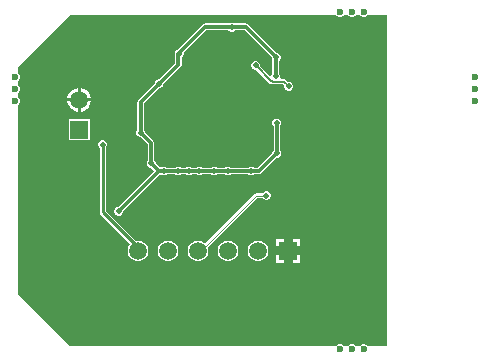
<source format=gbl>
G04*
G04 #@! TF.GenerationSoftware,Altium Limited,Altium Designer,24.0.1 (36)*
G04*
G04 Layer_Physical_Order=4*
G04 Layer_Color=13137664*
%FSLAX24Y24*%
%MOIN*%
G70*
G04*
G04 #@! TF.SameCoordinates,E6425953-F81D-4A1B-B41F-9E3DC787EA87*
G04*
G04*
G04 #@! TF.FilePolarity,Positive*
G04*
G01*
G75*
%ADD10C,0.0049*%
%ADD12C,0.0098*%
%ADD13C,0.0118*%
%ADD18C,0.0079*%
%ADD54C,0.0197*%
%ADD71C,0.0236*%
%ADD72R,0.0591X0.0591*%
%ADD73C,0.0591*%
%ADD74R,0.0591X0.0591*%
%ADD75C,0.0240*%
G36*
X12402Y102D02*
X11749D01*
X11709Y142D01*
X11647Y167D01*
X11581D01*
X11519Y142D01*
X11480Y102D01*
X11355D01*
X11315Y142D01*
X11254Y167D01*
X11187D01*
X11126Y142D01*
X11086Y102D01*
X10961D01*
X10922Y142D01*
X10860Y167D01*
X10793D01*
X10732Y142D01*
X10692Y102D01*
X1814D01*
X102Y1814D01*
Y8133D01*
X142Y8173D01*
X167Y8234D01*
Y8301D01*
X142Y8363D01*
X102Y8402D01*
Y8527D01*
X142Y8567D01*
X167Y8628D01*
Y8695D01*
X142Y8756D01*
X102Y8796D01*
Y8920D01*
X142Y8960D01*
X167Y9022D01*
Y9088D01*
X142Y9150D01*
X102Y9190D01*
Y9407D01*
X1814Y11119D01*
X10692D01*
X10732Y11079D01*
X10793Y11053D01*
X10860D01*
X10922Y11079D01*
X10961Y11119D01*
X11086D01*
X11126Y11079D01*
X11187Y11053D01*
X11254D01*
X11315Y11079D01*
X11355Y11119D01*
X11480D01*
X11519Y11079D01*
X11581Y11053D01*
X11647D01*
X11709Y11079D01*
X11749Y11119D01*
X12402D01*
Y102D01*
D02*
G37*
%LPC*%
G36*
X7249Y10866D02*
X7190D01*
X7148Y10849D01*
X6329D01*
X6287Y10840D01*
X6251Y10816D01*
X5418Y9984D01*
X5379Y9968D01*
X5337Y9926D01*
X5315Y9872D01*
Y9813D01*
X5323Y9794D01*
Y9524D01*
X4785Y8986D01*
X4764D01*
X4710Y8964D01*
X4668Y8922D01*
X4646Y8868D01*
Y8847D01*
X4105Y8306D01*
X4081Y8271D01*
X4073Y8228D01*
Y7303D01*
X4058Y7288D01*
X4035Y7234D01*
Y7175D01*
X4058Y7121D01*
X4099Y7080D01*
X4154Y7057D01*
X4175D01*
X4417Y6815D01*
Y6285D01*
X4406Y6275D01*
X4384Y6220D01*
Y6162D01*
X4406Y6107D01*
X4448Y6066D01*
X4502Y6043D01*
X4509D01*
X4626Y5926D01*
X3439Y4739D01*
X3418D01*
X3364Y4717D01*
X3322Y4675D01*
X3300Y4621D01*
Y4562D01*
X3322Y4508D01*
X3364Y4466D01*
X3418Y4444D01*
X3477D01*
X3531Y4466D01*
X3573Y4508D01*
X3595Y4562D01*
Y4583D01*
X4813Y5801D01*
X4870Y5804D01*
X4924Y5782D01*
X4983D01*
X5037Y5804D01*
X5052Y5819D01*
X5334D01*
X5349Y5804D01*
X5403Y5782D01*
X5462D01*
X5516Y5804D01*
X5531Y5819D01*
X5688D01*
X5703Y5804D01*
X5757Y5782D01*
X5816D01*
X5870Y5804D01*
X5885Y5819D01*
X6043D01*
X6058Y5804D01*
X6112Y5782D01*
X6171D01*
X6225Y5804D01*
X6240Y5819D01*
X6536D01*
X6550Y5804D01*
X6605Y5782D01*
X6663D01*
X6718Y5804D01*
X6732Y5819D01*
X6988D01*
X7003Y5804D01*
X7057Y5782D01*
X7116D01*
X7170Y5804D01*
X7185Y5819D01*
X7766D01*
X7781Y5804D01*
X7835Y5782D01*
X7894D01*
X7948Y5804D01*
X7963Y5819D01*
X8124D01*
X8166Y5827D01*
X8202Y5851D01*
X8729Y6378D01*
X8750D01*
X8804Y6400D01*
X8846Y6442D01*
X8868Y6496D01*
Y6555D01*
X8846Y6609D01*
X8831Y6624D01*
Y7441D01*
X8836Y7446D01*
X8858Y7500D01*
Y7559D01*
X8836Y7613D01*
X8794Y7655D01*
X8740Y7677D01*
X8681D01*
X8627Y7655D01*
X8585Y7613D01*
X8563Y7559D01*
Y7500D01*
X8585Y7446D01*
X8610Y7421D01*
Y6624D01*
X8595Y6609D01*
X8573Y6555D01*
Y6534D01*
X8078Y6040D01*
X7963D01*
X7948Y6054D01*
X7894Y6077D01*
X7835D01*
X7781Y6054D01*
X7766Y6040D01*
X7185D01*
X7170Y6054D01*
X7116Y6077D01*
X7057D01*
X7003Y6054D01*
X6988Y6040D01*
X6732D01*
X6718Y6054D01*
X6663Y6077D01*
X6605D01*
X6550Y6054D01*
X6536Y6040D01*
X6240D01*
X6225Y6054D01*
X6171Y6077D01*
X6112D01*
X6058Y6054D01*
X6043Y6040D01*
X5885D01*
X5870Y6054D01*
X5816Y6077D01*
X5757D01*
X5703Y6054D01*
X5688Y6040D01*
X5531D01*
X5516Y6054D01*
X5462Y6077D01*
X5403D01*
X5349Y6054D01*
X5334Y6040D01*
X5052D01*
X5037Y6054D01*
X4983Y6077D01*
X4924D01*
X4870Y6054D01*
X4855Y6040D01*
X4825D01*
X4679Y6186D01*
Y6220D01*
X4657Y6275D01*
X4638Y6293D01*
Y6860D01*
X4630Y6902D01*
X4606Y6938D01*
X4331Y7213D01*
Y7234D01*
X4308Y7288D01*
X4293Y7303D01*
Y8183D01*
X4802Y8691D01*
X4823D01*
X4877Y8713D01*
X4918Y8755D01*
X4941Y8809D01*
Y8830D01*
X5511Y9400D01*
X5535Y9436D01*
X5543Y9478D01*
Y9716D01*
X5546Y9717D01*
X5588Y9759D01*
X5610Y9813D01*
Y9864D01*
X6374Y10628D01*
X7101D01*
X7136Y10593D01*
X7190Y10571D01*
X7249D01*
X7303Y10593D01*
X7338Y10628D01*
X7641D01*
X8553Y9716D01*
Y9685D01*
X8571Y9643D01*
Y9193D01*
X8556Y9178D01*
X8533Y9124D01*
X8483Y9105D01*
X8159Y9429D01*
Y9478D01*
X8137Y9532D01*
X8095Y9574D01*
X8041Y9596D01*
X7982D01*
X7928Y9574D01*
X7887Y9532D01*
X7864Y9478D01*
Y9419D01*
X7887Y9365D01*
X7928Y9324D01*
X7982Y9301D01*
X8032D01*
X8474Y8859D01*
X8503Y8839D01*
X8538Y8833D01*
X8556D01*
X8569Y8824D01*
X8604Y8817D01*
X8929D01*
X8967Y8780D01*
Y8730D01*
X8989Y8676D01*
X9031Y8635D01*
X9085Y8612D01*
X9144D01*
X9198Y8635D01*
X9239Y8676D01*
X9262Y8730D01*
Y8789D01*
X9239Y8843D01*
X9198Y8885D01*
X9144Y8907D01*
X9094D01*
X9030Y8971D01*
X9001Y8991D01*
X8967Y8998D01*
X8855D01*
X8822Y9048D01*
X8829Y9065D01*
Y9124D01*
X8806Y9178D01*
X8791Y9193D01*
Y9596D01*
X8826Y9631D01*
X8848Y9685D01*
Y9744D01*
X8826Y9798D01*
X8784Y9840D01*
X8730Y9862D01*
X8719D01*
X7765Y10816D01*
X7729Y10840D01*
X7687Y10849D01*
X7291D01*
X7249Y10866D01*
D02*
G37*
G36*
X2188Y8702D02*
X2186D01*
Y8357D01*
X2531D01*
Y8359D01*
X2504Y8460D01*
X2452Y8550D01*
X2379Y8623D01*
X2288Y8675D01*
X2188Y8702D01*
D02*
G37*
G36*
X2086D02*
X2084D01*
X1983Y8675D01*
X1893Y8623D01*
X1820Y8550D01*
X1767Y8460D01*
X1741Y8359D01*
Y8357D01*
X2086D01*
Y8702D01*
D02*
G37*
G36*
X2531Y8257D02*
X2186D01*
Y7912D01*
X2188D01*
X2288Y7939D01*
X2379Y7991D01*
X2452Y8064D01*
X2504Y8155D01*
X2531Y8255D01*
Y8257D01*
D02*
G37*
G36*
X2086D02*
X1741D01*
Y8255D01*
X1767Y8155D01*
X1820Y8064D01*
X1893Y7991D01*
X1983Y7939D01*
X2084Y7912D01*
X2086D01*
Y8257D01*
D02*
G37*
G36*
X2480Y7652D02*
X1791D01*
Y6963D01*
X2480D01*
Y7652D01*
D02*
G37*
G36*
X8405Y5256D02*
X8347D01*
X8292Y5233D01*
X8251Y5192D01*
X8247Y5184D01*
X8022D01*
X7993Y5178D01*
X7968Y5161D01*
X6328Y3521D01*
X6306Y3543D01*
X6227Y3589D01*
X6140Y3612D01*
X6049D01*
X5962Y3589D01*
X5883Y3543D01*
X5819Y3479D01*
X5773Y3401D01*
X5750Y3313D01*
Y3222D01*
X5773Y3135D01*
X5819Y3056D01*
X5883Y2992D01*
X5962Y2947D01*
X6049Y2923D01*
X6140D01*
X6227Y2947D01*
X6306Y2992D01*
X6370Y3056D01*
X6416Y3135D01*
X6439Y3222D01*
Y3313D01*
X6417Y3397D01*
X8053Y5033D01*
X8247D01*
X8251Y5025D01*
X8292Y4983D01*
X8347Y4961D01*
X8405D01*
X8460Y4983D01*
X8501Y5025D01*
X8524Y5079D01*
Y5138D01*
X8501Y5192D01*
X8460Y5233D01*
X8405Y5256D01*
D02*
G37*
G36*
X9490Y3663D02*
X9244D01*
Y3418D01*
X9490D01*
Y3663D01*
D02*
G37*
G36*
X8944D02*
X8699D01*
Y3418D01*
X8944D01*
Y3663D01*
D02*
G37*
G36*
X8140Y3612D02*
X8049D01*
X7962Y3589D01*
X7883Y3543D01*
X7819Y3479D01*
X7773Y3401D01*
X7750Y3313D01*
Y3222D01*
X7773Y3135D01*
X7819Y3056D01*
X7883Y2992D01*
X7962Y2947D01*
X8049Y2923D01*
X8140D01*
X8227Y2947D01*
X8306Y2992D01*
X8370Y3056D01*
X8415Y3135D01*
X8439Y3222D01*
Y3313D01*
X8415Y3401D01*
X8370Y3479D01*
X8306Y3543D01*
X8227Y3589D01*
X8140Y3612D01*
D02*
G37*
G36*
X7140D02*
X7049D01*
X6962Y3589D01*
X6883Y3543D01*
X6819Y3479D01*
X6773Y3401D01*
X6750Y3313D01*
Y3222D01*
X6773Y3135D01*
X6819Y3056D01*
X6883Y2992D01*
X6962Y2947D01*
X7049Y2923D01*
X7140D01*
X7227Y2947D01*
X7306Y2992D01*
X7370Y3056D01*
X7416Y3135D01*
X7439Y3222D01*
Y3313D01*
X7416Y3401D01*
X7370Y3479D01*
X7306Y3543D01*
X7227Y3589D01*
X7140Y3612D01*
D02*
G37*
G36*
X5140D02*
X5049D01*
X4962Y3589D01*
X4883Y3543D01*
X4819Y3479D01*
X4773Y3401D01*
X4750Y3313D01*
Y3222D01*
X4773Y3135D01*
X4819Y3056D01*
X4883Y2992D01*
X4962Y2947D01*
X5049Y2923D01*
X5140D01*
X5227Y2947D01*
X5306Y2992D01*
X5370Y3056D01*
X5415Y3135D01*
X5439Y3222D01*
Y3313D01*
X5415Y3401D01*
X5370Y3479D01*
X5306Y3543D01*
X5227Y3589D01*
X5140Y3612D01*
D02*
G37*
G36*
X2943Y6959D02*
X2884D01*
X2830Y6936D01*
X2788Y6895D01*
X2766Y6840D01*
Y6782D01*
X2788Y6727D01*
X2813Y6703D01*
Y4567D01*
X2821Y4529D01*
X2842Y4496D01*
X3839Y3499D01*
X3819Y3479D01*
X3773Y3401D01*
X3750Y3313D01*
Y3222D01*
X3773Y3135D01*
X3819Y3056D01*
X3883Y2992D01*
X3962Y2947D01*
X4049Y2923D01*
X4140D01*
X4227Y2947D01*
X4306Y2992D01*
X4370Y3056D01*
X4415Y3135D01*
X4439Y3222D01*
Y3313D01*
X4415Y3401D01*
X4370Y3479D01*
X4306Y3543D01*
X4227Y3589D01*
X4140Y3612D01*
X4049D01*
X4018Y3604D01*
X3014Y4609D01*
Y6703D01*
X3039Y6727D01*
X3061Y6782D01*
Y6840D01*
X3039Y6895D01*
X2997Y6936D01*
X2943Y6959D01*
D02*
G37*
G36*
X9490Y3118D02*
X9244D01*
Y2872D01*
X9490D01*
Y3118D01*
D02*
G37*
G36*
X8944D02*
X8699D01*
Y2872D01*
X8944D01*
Y3118D01*
D02*
G37*
%LPD*%
D10*
X6181Y3268D02*
X8022Y5108D01*
X8376D01*
X6094Y3268D02*
X6181D01*
D12*
X2913Y4567D02*
Y6811D01*
Y4567D02*
X4094Y3386D01*
D13*
X3447Y4592D02*
X4780Y5924D01*
X4528Y6181D02*
X4780Y5929D01*
X8681Y9094D02*
Y9744D01*
X6329Y10738D02*
X7687D01*
X5433Y9843D02*
X6329Y10738D01*
X5433Y9478D02*
Y9843D01*
X4528Y6181D02*
Y6860D01*
X7864Y5929D02*
X8124D01*
X7087D02*
X7864D01*
X6634D02*
X7087D01*
X6142D02*
X6634D01*
X4780D02*
X4954D01*
X5787D02*
X6142D01*
X5432D02*
X5787D01*
X4954D02*
X5432D01*
X8124D02*
X8720Y6526D01*
Y7520D01*
X7687Y10738D02*
X8681Y9744D01*
X4793Y8839D02*
X5433Y9478D01*
X4183Y8228D02*
X4793Y8839D01*
X4183Y7205D02*
Y8228D01*
Y7205D02*
X4528Y6860D01*
X8711Y7530D02*
X8720Y7520D01*
D18*
X8012Y9449D02*
X8538Y8923D01*
X8967Y8907D02*
X9114Y8760D01*
X8604Y8907D02*
X8967D01*
X8588Y8923D02*
X8604Y8907D01*
X8538Y8923D02*
X8588D01*
D54*
X4191Y2097D02*
D03*
X5238Y2098D02*
D03*
X8238D02*
D03*
X9238D02*
D03*
X7238D02*
D03*
X6238D02*
D03*
X10345Y1991D02*
D03*
X10079Y7087D02*
D03*
X2559Y1102D02*
D03*
X2913Y6811D02*
D03*
X3447Y4592D02*
D03*
X4921Y4537D02*
D03*
X7854Y5423D02*
D03*
X6171Y5433D02*
D03*
X5699Y5453D02*
D03*
X12238Y10098D02*
D03*
Y6098D02*
D03*
Y4098D02*
D03*
Y2098D02*
D03*
X11738Y1098D02*
D03*
X11238Y10098D02*
D03*
Y6098D02*
D03*
Y4098D02*
D03*
Y2098D02*
D03*
X10738Y1098D02*
D03*
X10238Y10098D02*
D03*
X9738Y1098D02*
D03*
X9238Y6098D02*
D03*
X8738Y5098D02*
D03*
Y1098D02*
D03*
X7738Y5098D02*
D03*
X8238Y4098D02*
D03*
X7738Y1098D02*
D03*
X6738D02*
D03*
X6238Y4098D02*
D03*
X5738Y1098D02*
D03*
X4738D02*
D03*
X4238Y10098D02*
D03*
X3738Y7098D02*
D03*
X4238Y6098D02*
D03*
X3738Y1098D02*
D03*
X3238Y10098D02*
D03*
X2738Y7098D02*
D03*
X3238Y6098D02*
D03*
X2238Y10098D02*
D03*
X1738Y9098D02*
D03*
Y5098D02*
D03*
Y1098D02*
D03*
X738Y9098D02*
D03*
X1238Y8098D02*
D03*
X738Y7098D02*
D03*
X1238Y6098D02*
D03*
X738Y5098D02*
D03*
X1238Y4098D02*
D03*
X738Y3098D02*
D03*
X10561Y9469D02*
D03*
X7057Y4488D02*
D03*
X3268Y6358D02*
D03*
X4026Y6378D02*
D03*
X11181Y7087D02*
D03*
X10728Y7825D02*
D03*
X10344D02*
D03*
X10354Y8456D02*
D03*
X10728Y8455D02*
D03*
X11486Y7835D02*
D03*
X11496Y8484D02*
D03*
X9065Y9606D02*
D03*
X9965Y7825D02*
D03*
X9213Y5709D02*
D03*
X4811Y5611D02*
D03*
X4531Y6191D02*
D03*
X3701Y5787D02*
D03*
X7087Y5929D02*
D03*
X4954D02*
D03*
X8376Y5108D02*
D03*
X9420Y8706D02*
D03*
X9880Y9856D02*
D03*
X6634Y5929D02*
D03*
X7864D02*
D03*
X9500Y8456D02*
D03*
X9980D02*
D03*
X9000Y8466D02*
D03*
X6142Y5929D02*
D03*
X5787D02*
D03*
X8583Y5935D02*
D03*
X5432Y5929D02*
D03*
X4360Y9793D02*
D03*
X3730Y9016D02*
D03*
Y8533D02*
D03*
X4793Y8839D02*
D03*
X6250Y10098D02*
D03*
X6516Y9518D02*
D03*
X5463Y9843D02*
D03*
X8012Y9449D02*
D03*
X8474Y7953D02*
D03*
X3730Y10876D02*
D03*
X3730Y9793D02*
D03*
X8376Y10876D02*
D03*
X8681Y9094D02*
D03*
X4685Y9065D02*
D03*
X5728Y10581D02*
D03*
X7219Y10719D02*
D03*
X7766Y9744D02*
D03*
X8701Y9715D02*
D03*
X8927Y9094D02*
D03*
X8494Y8730D02*
D03*
X9114Y8760D02*
D03*
X9498Y7402D02*
D03*
X5157Y10748D02*
D03*
X4843Y7904D02*
D03*
X8711Y7530D02*
D03*
X4183Y7205D02*
D03*
X4350Y10404D02*
D03*
X8720Y6526D02*
D03*
X9430Y10146D02*
D03*
X7382Y10522D02*
D03*
X8967Y9793D02*
D03*
X9616Y7825D02*
D03*
X9970Y10876D02*
D03*
X9065Y7825D02*
D03*
X4035Y8533D02*
D03*
X4715Y10748D02*
D03*
X9075Y10876D02*
D03*
X9016Y6535D02*
D03*
D71*
X11614Y0D02*
D03*
X11220D02*
D03*
X10827D02*
D03*
X0Y8268D02*
D03*
Y8661D02*
D03*
Y9055D02*
D03*
X15315Y8268D02*
D03*
Y8661D02*
D03*
Y9055D02*
D03*
X11614Y11220D02*
D03*
X11220D02*
D03*
X10827D02*
D03*
D72*
X2136Y7307D02*
D03*
D73*
Y8307D02*
D03*
X8094Y3268D02*
D03*
X7094D02*
D03*
X6094D02*
D03*
X5094D02*
D03*
X4094D02*
D03*
D74*
X9094D02*
D03*
D75*
X6142Y8465D02*
D03*
X6667D02*
D03*
X7192D02*
D03*
X7717D02*
D03*
X6142Y7992D02*
D03*
X6667D02*
D03*
X7192D02*
D03*
X7717D02*
D03*
X6142Y7520D02*
D03*
X6667D02*
D03*
X7192D02*
D03*
X7717D02*
D03*
X6142Y7047D02*
D03*
X6667D02*
D03*
X7192D02*
D03*
X7717D02*
D03*
M02*

</source>
